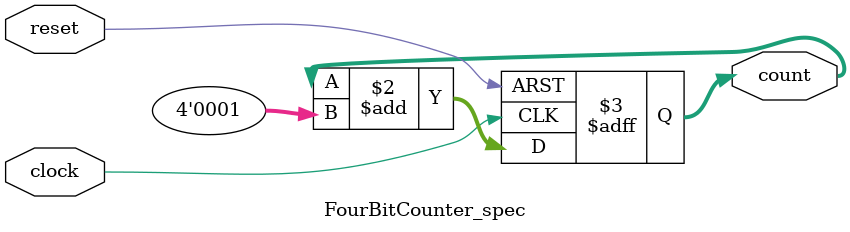
<source format=v>
module FourBitCounter_spec(input [0:0] clock, input [0:0] reset, output reg [3:0] count);
  always @ (posedge clock or posedge reset) begin
    if (reset)
      count = 4'b0000; // Reset the counter to 0
    else
      count = count + 4'b0001; // Increment the counter
  end
endmodule

</source>
